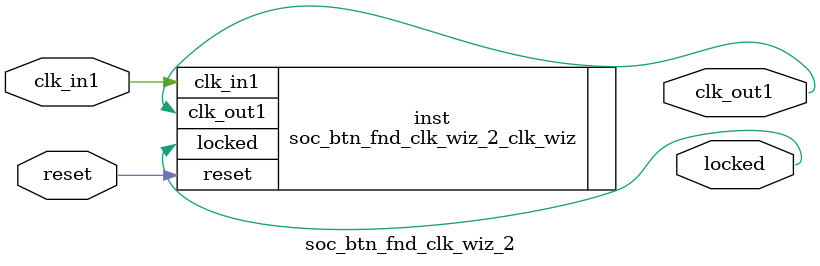
<source format=v>


`timescale 1ps/1ps

(* CORE_GENERATION_INFO = "soc_btn_fnd_clk_wiz_2,clk_wiz_v6_0_15_0_0,{component_name=soc_btn_fnd_clk_wiz_2,use_phase_alignment=true,use_min_o_jitter=false,use_max_i_jitter=false,use_dyn_phase_shift=false,use_inclk_switchover=false,use_dyn_reconfig=false,enable_axi=0,feedback_source=FDBK_AUTO,PRIMITIVE=MMCM,num_out_clk=1,clkin1_period=10.000,clkin2_period=10.000,use_power_down=false,use_reset=true,use_locked=true,use_inclk_stopped=false,feedback_type=SINGLE,CLOCK_MGR_TYPE=NA,manual_override=false}" *)

module soc_btn_fnd_clk_wiz_2 
 (
  // Clock out ports
  output        clk_out1,
  // Status and control signals
  input         reset,
  output        locked,
 // Clock in ports
  input         clk_in1
 );

  soc_btn_fnd_clk_wiz_2_clk_wiz inst
  (
  // Clock out ports  
  .clk_out1(clk_out1),
  // Status and control signals               
  .reset(reset), 
  .locked(locked),
 // Clock in ports
  .clk_in1(clk_in1)
  );

endmodule

</source>
